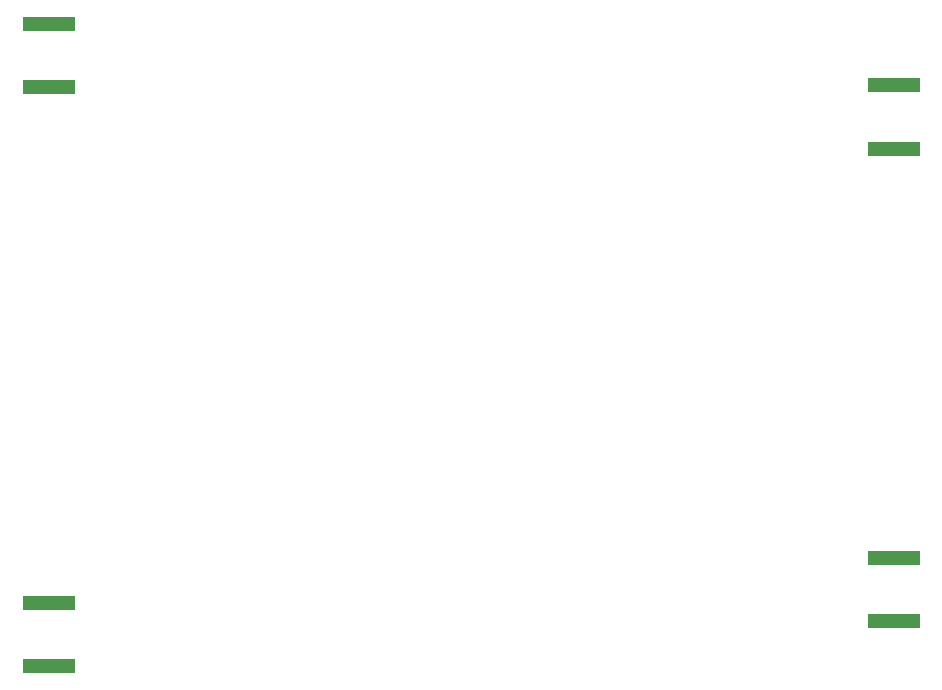
<source format=gbp>
G04 #@! TF.GenerationSoftware,KiCad,Pcbnew,5.1.9*
G04 #@! TF.CreationDate,2021-04-28T13:54:20+02:00*
G04 #@! TF.ProjectId,Radar,52616461-722e-46b6-9963-61645f706362,rev?*
G04 #@! TF.SameCoordinates,Original*
G04 #@! TF.FileFunction,Paste,Bot*
G04 #@! TF.FilePolarity,Positive*
%FSLAX46Y46*%
G04 Gerber Fmt 4.6, Leading zero omitted, Abs format (unit mm)*
G04 Created by KiCad (PCBNEW 5.1.9) date 2021-04-28 13:54:20*
%MOMM*%
%LPD*%
G01*
G04 APERTURE LIST*
%ADD10R,4.500000X1.300000*%
G04 APERTURE END LIST*
D10*
X177950000Y-87475000D03*
X177950000Y-82125000D03*
X106450000Y-85925000D03*
X106450000Y-91275000D03*
X177950000Y-47475000D03*
X177950000Y-42125000D03*
X106450000Y-36925000D03*
X106450000Y-42275000D03*
M02*

</source>
